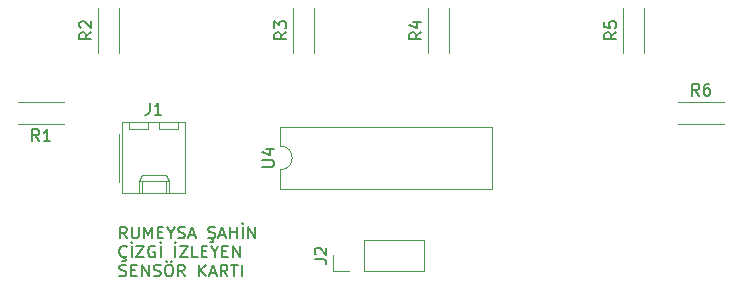
<source format=gbr>
%TF.GenerationSoftware,KiCad,Pcbnew,7.0.9*%
%TF.CreationDate,2024-02-01T16:38:21+03:00*%
%TF.ProjectId,line_sensor,6c696e65-5f73-4656-9e73-6f722e6b6963,rev?*%
%TF.SameCoordinates,Original*%
%TF.FileFunction,Legend,Top*%
%TF.FilePolarity,Positive*%
%FSLAX46Y46*%
G04 Gerber Fmt 4.6, Leading zero omitted, Abs format (unit mm)*
G04 Created by KiCad (PCBNEW 7.0.9) date 2024-02-01 16:38:21*
%MOMM*%
%LPD*%
G01*
G04 APERTURE LIST*
%ADD10C,0.150000*%
%ADD11C,0.120000*%
G04 APERTURE END LIST*
D10*
X108858207Y-65229819D02*
X108524874Y-64753628D01*
X108286779Y-65229819D02*
X108286779Y-64229819D01*
X108286779Y-64229819D02*
X108667731Y-64229819D01*
X108667731Y-64229819D02*
X108762969Y-64277438D01*
X108762969Y-64277438D02*
X108810588Y-64325057D01*
X108810588Y-64325057D02*
X108858207Y-64420295D01*
X108858207Y-64420295D02*
X108858207Y-64563152D01*
X108858207Y-64563152D02*
X108810588Y-64658390D01*
X108810588Y-64658390D02*
X108762969Y-64706009D01*
X108762969Y-64706009D02*
X108667731Y-64753628D01*
X108667731Y-64753628D02*
X108286779Y-64753628D01*
X109286779Y-64229819D02*
X109286779Y-65039342D01*
X109286779Y-65039342D02*
X109334398Y-65134580D01*
X109334398Y-65134580D02*
X109382017Y-65182200D01*
X109382017Y-65182200D02*
X109477255Y-65229819D01*
X109477255Y-65229819D02*
X109667731Y-65229819D01*
X109667731Y-65229819D02*
X109762969Y-65182200D01*
X109762969Y-65182200D02*
X109810588Y-65134580D01*
X109810588Y-65134580D02*
X109858207Y-65039342D01*
X109858207Y-65039342D02*
X109858207Y-64229819D01*
X110334398Y-65229819D02*
X110334398Y-64229819D01*
X110334398Y-64229819D02*
X110667731Y-64944104D01*
X110667731Y-64944104D02*
X111001064Y-64229819D01*
X111001064Y-64229819D02*
X111001064Y-65229819D01*
X111477255Y-64706009D02*
X111810588Y-64706009D01*
X111953445Y-65229819D02*
X111477255Y-65229819D01*
X111477255Y-65229819D02*
X111477255Y-64229819D01*
X111477255Y-64229819D02*
X111953445Y-64229819D01*
X112572493Y-64753628D02*
X112572493Y-65229819D01*
X112239160Y-64229819D02*
X112572493Y-64753628D01*
X112572493Y-64753628D02*
X112905826Y-64229819D01*
X113191541Y-65182200D02*
X113334398Y-65229819D01*
X113334398Y-65229819D02*
X113572493Y-65229819D01*
X113572493Y-65229819D02*
X113667731Y-65182200D01*
X113667731Y-65182200D02*
X113715350Y-65134580D01*
X113715350Y-65134580D02*
X113762969Y-65039342D01*
X113762969Y-65039342D02*
X113762969Y-64944104D01*
X113762969Y-64944104D02*
X113715350Y-64848866D01*
X113715350Y-64848866D02*
X113667731Y-64801247D01*
X113667731Y-64801247D02*
X113572493Y-64753628D01*
X113572493Y-64753628D02*
X113382017Y-64706009D01*
X113382017Y-64706009D02*
X113286779Y-64658390D01*
X113286779Y-64658390D02*
X113239160Y-64610771D01*
X113239160Y-64610771D02*
X113191541Y-64515533D01*
X113191541Y-64515533D02*
X113191541Y-64420295D01*
X113191541Y-64420295D02*
X113239160Y-64325057D01*
X113239160Y-64325057D02*
X113286779Y-64277438D01*
X113286779Y-64277438D02*
X113382017Y-64229819D01*
X113382017Y-64229819D02*
X113620112Y-64229819D01*
X113620112Y-64229819D02*
X113762969Y-64277438D01*
X114143922Y-64944104D02*
X114620112Y-64944104D01*
X114048684Y-65229819D02*
X114382017Y-64229819D01*
X114382017Y-64229819D02*
X114715350Y-65229819D01*
X115762970Y-65182200D02*
X115905827Y-65229819D01*
X115905827Y-65229819D02*
X116143922Y-65229819D01*
X116143922Y-65229819D02*
X116239160Y-65182200D01*
X116239160Y-65182200D02*
X116286779Y-65134580D01*
X116286779Y-65134580D02*
X116334398Y-65039342D01*
X116334398Y-65039342D02*
X116334398Y-64944104D01*
X116334398Y-64944104D02*
X116286779Y-64848866D01*
X116286779Y-64848866D02*
X116239160Y-64801247D01*
X116239160Y-64801247D02*
X116143922Y-64753628D01*
X116143922Y-64753628D02*
X115953446Y-64706009D01*
X115953446Y-64706009D02*
X115858208Y-64658390D01*
X115858208Y-64658390D02*
X115810589Y-64610771D01*
X115810589Y-64610771D02*
X115762970Y-64515533D01*
X115762970Y-64515533D02*
X115762970Y-64420295D01*
X115762970Y-64420295D02*
X115810589Y-64325057D01*
X115810589Y-64325057D02*
X115858208Y-64277438D01*
X115858208Y-64277438D02*
X115953446Y-64229819D01*
X115953446Y-64229819D02*
X116191541Y-64229819D01*
X116191541Y-64229819D02*
X116334398Y-64277438D01*
X116048684Y-65277438D02*
X116143922Y-65325057D01*
X116143922Y-65325057D02*
X116191541Y-65420295D01*
X116191541Y-65420295D02*
X116143922Y-65515533D01*
X116143922Y-65515533D02*
X116048684Y-65563152D01*
X116048684Y-65563152D02*
X115905827Y-65563152D01*
X116715351Y-64944104D02*
X117191541Y-64944104D01*
X116620113Y-65229819D02*
X116953446Y-64229819D01*
X116953446Y-64229819D02*
X117286779Y-65229819D01*
X117620113Y-65229819D02*
X117620113Y-64229819D01*
X117620113Y-64706009D02*
X118191541Y-64706009D01*
X118191541Y-65229819D02*
X118191541Y-64229819D01*
X118667732Y-65229819D02*
X118667732Y-64229819D01*
X118667732Y-63896485D02*
X118620113Y-63944104D01*
X118620113Y-63944104D02*
X118667732Y-63991723D01*
X118667732Y-63991723D02*
X118715351Y-63944104D01*
X118715351Y-63944104D02*
X118667732Y-63896485D01*
X118667732Y-63896485D02*
X118667732Y-63991723D01*
X119143922Y-65229819D02*
X119143922Y-64229819D01*
X119143922Y-64229819D02*
X119715350Y-65229819D01*
X119715350Y-65229819D02*
X119715350Y-64229819D01*
X108858207Y-66744580D02*
X108810588Y-66792200D01*
X108810588Y-66792200D02*
X108667731Y-66839819D01*
X108667731Y-66839819D02*
X108572493Y-66839819D01*
X108572493Y-66839819D02*
X108429636Y-66792200D01*
X108429636Y-66792200D02*
X108334398Y-66696961D01*
X108334398Y-66696961D02*
X108286779Y-66601723D01*
X108286779Y-66601723D02*
X108239160Y-66411247D01*
X108239160Y-66411247D02*
X108239160Y-66268390D01*
X108239160Y-66268390D02*
X108286779Y-66077914D01*
X108286779Y-66077914D02*
X108334398Y-65982676D01*
X108334398Y-65982676D02*
X108429636Y-65887438D01*
X108429636Y-65887438D02*
X108572493Y-65839819D01*
X108572493Y-65839819D02*
X108667731Y-65839819D01*
X108667731Y-65839819D02*
X108810588Y-65887438D01*
X108810588Y-65887438D02*
X108858207Y-65935057D01*
X108620112Y-66887438D02*
X108715350Y-66935057D01*
X108715350Y-66935057D02*
X108762969Y-67030295D01*
X108762969Y-67030295D02*
X108715350Y-67125533D01*
X108715350Y-67125533D02*
X108620112Y-67173152D01*
X108620112Y-67173152D02*
X108477255Y-67173152D01*
X109286779Y-66839819D02*
X109286779Y-65839819D01*
X109286779Y-65506485D02*
X109239160Y-65554104D01*
X109239160Y-65554104D02*
X109286779Y-65601723D01*
X109286779Y-65601723D02*
X109334398Y-65554104D01*
X109334398Y-65554104D02*
X109286779Y-65506485D01*
X109286779Y-65506485D02*
X109286779Y-65601723D01*
X109667731Y-65839819D02*
X110334397Y-65839819D01*
X110334397Y-65839819D02*
X109667731Y-66839819D01*
X109667731Y-66839819D02*
X110334397Y-66839819D01*
X111239159Y-65887438D02*
X111143921Y-65839819D01*
X111143921Y-65839819D02*
X111001064Y-65839819D01*
X111001064Y-65839819D02*
X110858207Y-65887438D01*
X110858207Y-65887438D02*
X110762969Y-65982676D01*
X110762969Y-65982676D02*
X110715350Y-66077914D01*
X110715350Y-66077914D02*
X110667731Y-66268390D01*
X110667731Y-66268390D02*
X110667731Y-66411247D01*
X110667731Y-66411247D02*
X110715350Y-66601723D01*
X110715350Y-66601723D02*
X110762969Y-66696961D01*
X110762969Y-66696961D02*
X110858207Y-66792200D01*
X110858207Y-66792200D02*
X111001064Y-66839819D01*
X111001064Y-66839819D02*
X111096302Y-66839819D01*
X111096302Y-66839819D02*
X111239159Y-66792200D01*
X111239159Y-66792200D02*
X111286778Y-66744580D01*
X111286778Y-66744580D02*
X111286778Y-66411247D01*
X111286778Y-66411247D02*
X111096302Y-66411247D01*
X111715350Y-66839819D02*
X111715350Y-65839819D01*
X111715350Y-65506485D02*
X111667731Y-65554104D01*
X111667731Y-65554104D02*
X111715350Y-65601723D01*
X111715350Y-65601723D02*
X111762969Y-65554104D01*
X111762969Y-65554104D02*
X111715350Y-65506485D01*
X111715350Y-65506485D02*
X111715350Y-65601723D01*
X112953445Y-66839819D02*
X112953445Y-65839819D01*
X112953445Y-65506485D02*
X112905826Y-65554104D01*
X112905826Y-65554104D02*
X112953445Y-65601723D01*
X112953445Y-65601723D02*
X113001064Y-65554104D01*
X113001064Y-65554104D02*
X112953445Y-65506485D01*
X112953445Y-65506485D02*
X112953445Y-65601723D01*
X113334397Y-65839819D02*
X114001063Y-65839819D01*
X114001063Y-65839819D02*
X113334397Y-66839819D01*
X113334397Y-66839819D02*
X114001063Y-66839819D01*
X114858206Y-66839819D02*
X114382016Y-66839819D01*
X114382016Y-66839819D02*
X114382016Y-65839819D01*
X115191540Y-66316009D02*
X115524873Y-66316009D01*
X115667730Y-66839819D02*
X115191540Y-66839819D01*
X115191540Y-66839819D02*
X115191540Y-65839819D01*
X115191540Y-65839819D02*
X115667730Y-65839819D01*
X116286778Y-66363628D02*
X116286778Y-66839819D01*
X115953445Y-65839819D02*
X116286778Y-66363628D01*
X116286778Y-66363628D02*
X116620111Y-65839819D01*
X116953445Y-66316009D02*
X117286778Y-66316009D01*
X117429635Y-66839819D02*
X116953445Y-66839819D01*
X116953445Y-66839819D02*
X116953445Y-65839819D01*
X116953445Y-65839819D02*
X117429635Y-65839819D01*
X117858207Y-66839819D02*
X117858207Y-65839819D01*
X117858207Y-65839819D02*
X118429635Y-66839819D01*
X118429635Y-66839819D02*
X118429635Y-65839819D01*
X108239160Y-68402200D02*
X108382017Y-68449819D01*
X108382017Y-68449819D02*
X108620112Y-68449819D01*
X108620112Y-68449819D02*
X108715350Y-68402200D01*
X108715350Y-68402200D02*
X108762969Y-68354580D01*
X108762969Y-68354580D02*
X108810588Y-68259342D01*
X108810588Y-68259342D02*
X108810588Y-68164104D01*
X108810588Y-68164104D02*
X108762969Y-68068866D01*
X108762969Y-68068866D02*
X108715350Y-68021247D01*
X108715350Y-68021247D02*
X108620112Y-67973628D01*
X108620112Y-67973628D02*
X108429636Y-67926009D01*
X108429636Y-67926009D02*
X108334398Y-67878390D01*
X108334398Y-67878390D02*
X108286779Y-67830771D01*
X108286779Y-67830771D02*
X108239160Y-67735533D01*
X108239160Y-67735533D02*
X108239160Y-67640295D01*
X108239160Y-67640295D02*
X108286779Y-67545057D01*
X108286779Y-67545057D02*
X108334398Y-67497438D01*
X108334398Y-67497438D02*
X108429636Y-67449819D01*
X108429636Y-67449819D02*
X108667731Y-67449819D01*
X108667731Y-67449819D02*
X108810588Y-67497438D01*
X109239160Y-67926009D02*
X109572493Y-67926009D01*
X109715350Y-68449819D02*
X109239160Y-68449819D01*
X109239160Y-68449819D02*
X109239160Y-67449819D01*
X109239160Y-67449819D02*
X109715350Y-67449819D01*
X110143922Y-68449819D02*
X110143922Y-67449819D01*
X110143922Y-67449819D02*
X110715350Y-68449819D01*
X110715350Y-68449819D02*
X110715350Y-67449819D01*
X111143922Y-68402200D02*
X111286779Y-68449819D01*
X111286779Y-68449819D02*
X111524874Y-68449819D01*
X111524874Y-68449819D02*
X111620112Y-68402200D01*
X111620112Y-68402200D02*
X111667731Y-68354580D01*
X111667731Y-68354580D02*
X111715350Y-68259342D01*
X111715350Y-68259342D02*
X111715350Y-68164104D01*
X111715350Y-68164104D02*
X111667731Y-68068866D01*
X111667731Y-68068866D02*
X111620112Y-68021247D01*
X111620112Y-68021247D02*
X111524874Y-67973628D01*
X111524874Y-67973628D02*
X111334398Y-67926009D01*
X111334398Y-67926009D02*
X111239160Y-67878390D01*
X111239160Y-67878390D02*
X111191541Y-67830771D01*
X111191541Y-67830771D02*
X111143922Y-67735533D01*
X111143922Y-67735533D02*
X111143922Y-67640295D01*
X111143922Y-67640295D02*
X111191541Y-67545057D01*
X111191541Y-67545057D02*
X111239160Y-67497438D01*
X111239160Y-67497438D02*
X111334398Y-67449819D01*
X111334398Y-67449819D02*
X111572493Y-67449819D01*
X111572493Y-67449819D02*
X111715350Y-67497438D01*
X112334398Y-67449819D02*
X112524874Y-67449819D01*
X112524874Y-67449819D02*
X112620112Y-67497438D01*
X112620112Y-67497438D02*
X112715350Y-67592676D01*
X112715350Y-67592676D02*
X112762969Y-67783152D01*
X112762969Y-67783152D02*
X112762969Y-68116485D01*
X112762969Y-68116485D02*
X112715350Y-68306961D01*
X112715350Y-68306961D02*
X112620112Y-68402200D01*
X112620112Y-68402200D02*
X112524874Y-68449819D01*
X112524874Y-68449819D02*
X112334398Y-68449819D01*
X112334398Y-68449819D02*
X112239160Y-68402200D01*
X112239160Y-68402200D02*
X112143922Y-68306961D01*
X112143922Y-68306961D02*
X112096303Y-68116485D01*
X112096303Y-68116485D02*
X112096303Y-67783152D01*
X112096303Y-67783152D02*
X112143922Y-67592676D01*
X112143922Y-67592676D02*
X112239160Y-67497438D01*
X112239160Y-67497438D02*
X112334398Y-67449819D01*
X112239160Y-67116485D02*
X112286779Y-67164104D01*
X112286779Y-67164104D02*
X112239160Y-67211723D01*
X112239160Y-67211723D02*
X112191541Y-67164104D01*
X112191541Y-67164104D02*
X112239160Y-67116485D01*
X112239160Y-67116485D02*
X112239160Y-67211723D01*
X112620112Y-67116485D02*
X112667731Y-67164104D01*
X112667731Y-67164104D02*
X112620112Y-67211723D01*
X112620112Y-67211723D02*
X112572493Y-67164104D01*
X112572493Y-67164104D02*
X112620112Y-67116485D01*
X112620112Y-67116485D02*
X112620112Y-67211723D01*
X113762969Y-68449819D02*
X113429636Y-67973628D01*
X113191541Y-68449819D02*
X113191541Y-67449819D01*
X113191541Y-67449819D02*
X113572493Y-67449819D01*
X113572493Y-67449819D02*
X113667731Y-67497438D01*
X113667731Y-67497438D02*
X113715350Y-67545057D01*
X113715350Y-67545057D02*
X113762969Y-67640295D01*
X113762969Y-67640295D02*
X113762969Y-67783152D01*
X113762969Y-67783152D02*
X113715350Y-67878390D01*
X113715350Y-67878390D02*
X113667731Y-67926009D01*
X113667731Y-67926009D02*
X113572493Y-67973628D01*
X113572493Y-67973628D02*
X113191541Y-67973628D01*
X114953446Y-68449819D02*
X114953446Y-67449819D01*
X115524874Y-68449819D02*
X115096303Y-67878390D01*
X115524874Y-67449819D02*
X114953446Y-68021247D01*
X115905827Y-68164104D02*
X116382017Y-68164104D01*
X115810589Y-68449819D02*
X116143922Y-67449819D01*
X116143922Y-67449819D02*
X116477255Y-68449819D01*
X117382017Y-68449819D02*
X117048684Y-67973628D01*
X116810589Y-68449819D02*
X116810589Y-67449819D01*
X116810589Y-67449819D02*
X117191541Y-67449819D01*
X117191541Y-67449819D02*
X117286779Y-67497438D01*
X117286779Y-67497438D02*
X117334398Y-67545057D01*
X117334398Y-67545057D02*
X117382017Y-67640295D01*
X117382017Y-67640295D02*
X117382017Y-67783152D01*
X117382017Y-67783152D02*
X117334398Y-67878390D01*
X117334398Y-67878390D02*
X117286779Y-67926009D01*
X117286779Y-67926009D02*
X117191541Y-67973628D01*
X117191541Y-67973628D02*
X116810589Y-67973628D01*
X117667732Y-67449819D02*
X118239160Y-67449819D01*
X117953446Y-68449819D02*
X117953446Y-67449819D01*
X118572494Y-68449819D02*
X118572494Y-67449819D01*
X120314819Y-59181904D02*
X121124342Y-59181904D01*
X121124342Y-59181904D02*
X121219580Y-59134285D01*
X121219580Y-59134285D02*
X121267200Y-59086666D01*
X121267200Y-59086666D02*
X121314819Y-58991428D01*
X121314819Y-58991428D02*
X121314819Y-58800952D01*
X121314819Y-58800952D02*
X121267200Y-58705714D01*
X121267200Y-58705714D02*
X121219580Y-58658095D01*
X121219580Y-58658095D02*
X121124342Y-58610476D01*
X121124342Y-58610476D02*
X120314819Y-58610476D01*
X120648152Y-57705714D02*
X121314819Y-57705714D01*
X120267200Y-57943809D02*
X120981485Y-58181904D01*
X120981485Y-58181904D02*
X120981485Y-57562857D01*
X157313333Y-53144819D02*
X156980000Y-52668628D01*
X156741905Y-53144819D02*
X156741905Y-52144819D01*
X156741905Y-52144819D02*
X157122857Y-52144819D01*
X157122857Y-52144819D02*
X157218095Y-52192438D01*
X157218095Y-52192438D02*
X157265714Y-52240057D01*
X157265714Y-52240057D02*
X157313333Y-52335295D01*
X157313333Y-52335295D02*
X157313333Y-52478152D01*
X157313333Y-52478152D02*
X157265714Y-52573390D01*
X157265714Y-52573390D02*
X157218095Y-52621009D01*
X157218095Y-52621009D02*
X157122857Y-52668628D01*
X157122857Y-52668628D02*
X156741905Y-52668628D01*
X158170476Y-52144819D02*
X157980000Y-52144819D01*
X157980000Y-52144819D02*
X157884762Y-52192438D01*
X157884762Y-52192438D02*
X157837143Y-52240057D01*
X157837143Y-52240057D02*
X157741905Y-52382914D01*
X157741905Y-52382914D02*
X157694286Y-52573390D01*
X157694286Y-52573390D02*
X157694286Y-52954342D01*
X157694286Y-52954342D02*
X157741905Y-53049580D01*
X157741905Y-53049580D02*
X157789524Y-53097200D01*
X157789524Y-53097200D02*
X157884762Y-53144819D01*
X157884762Y-53144819D02*
X158075238Y-53144819D01*
X158075238Y-53144819D02*
X158170476Y-53097200D01*
X158170476Y-53097200D02*
X158218095Y-53049580D01*
X158218095Y-53049580D02*
X158265714Y-52954342D01*
X158265714Y-52954342D02*
X158265714Y-52716247D01*
X158265714Y-52716247D02*
X158218095Y-52621009D01*
X158218095Y-52621009D02*
X158170476Y-52573390D01*
X158170476Y-52573390D02*
X158075238Y-52525771D01*
X158075238Y-52525771D02*
X157884762Y-52525771D01*
X157884762Y-52525771D02*
X157789524Y-52573390D01*
X157789524Y-52573390D02*
X157741905Y-52621009D01*
X157741905Y-52621009D02*
X157694286Y-52716247D01*
X150299819Y-47791666D02*
X149823628Y-48124999D01*
X150299819Y-48363094D02*
X149299819Y-48363094D01*
X149299819Y-48363094D02*
X149299819Y-47982142D01*
X149299819Y-47982142D02*
X149347438Y-47886904D01*
X149347438Y-47886904D02*
X149395057Y-47839285D01*
X149395057Y-47839285D02*
X149490295Y-47791666D01*
X149490295Y-47791666D02*
X149633152Y-47791666D01*
X149633152Y-47791666D02*
X149728390Y-47839285D01*
X149728390Y-47839285D02*
X149776009Y-47886904D01*
X149776009Y-47886904D02*
X149823628Y-47982142D01*
X149823628Y-47982142D02*
X149823628Y-48363094D01*
X149299819Y-46886904D02*
X149299819Y-47363094D01*
X149299819Y-47363094D02*
X149776009Y-47410713D01*
X149776009Y-47410713D02*
X149728390Y-47363094D01*
X149728390Y-47363094D02*
X149680771Y-47267856D01*
X149680771Y-47267856D02*
X149680771Y-47029761D01*
X149680771Y-47029761D02*
X149728390Y-46934523D01*
X149728390Y-46934523D02*
X149776009Y-46886904D01*
X149776009Y-46886904D02*
X149871247Y-46839285D01*
X149871247Y-46839285D02*
X150109342Y-46839285D01*
X150109342Y-46839285D02*
X150204580Y-46886904D01*
X150204580Y-46886904D02*
X150252200Y-46934523D01*
X150252200Y-46934523D02*
X150299819Y-47029761D01*
X150299819Y-47029761D02*
X150299819Y-47267856D01*
X150299819Y-47267856D02*
X150252200Y-47363094D01*
X150252200Y-47363094D02*
X150204580Y-47410713D01*
X133789819Y-47791666D02*
X133313628Y-48124999D01*
X133789819Y-48363094D02*
X132789819Y-48363094D01*
X132789819Y-48363094D02*
X132789819Y-47982142D01*
X132789819Y-47982142D02*
X132837438Y-47886904D01*
X132837438Y-47886904D02*
X132885057Y-47839285D01*
X132885057Y-47839285D02*
X132980295Y-47791666D01*
X132980295Y-47791666D02*
X133123152Y-47791666D01*
X133123152Y-47791666D02*
X133218390Y-47839285D01*
X133218390Y-47839285D02*
X133266009Y-47886904D01*
X133266009Y-47886904D02*
X133313628Y-47982142D01*
X133313628Y-47982142D02*
X133313628Y-48363094D01*
X133123152Y-46934523D02*
X133789819Y-46934523D01*
X132742200Y-47172618D02*
X133456485Y-47410713D01*
X133456485Y-47410713D02*
X133456485Y-46791666D01*
X122359819Y-47791666D02*
X121883628Y-48124999D01*
X122359819Y-48363094D02*
X121359819Y-48363094D01*
X121359819Y-48363094D02*
X121359819Y-47982142D01*
X121359819Y-47982142D02*
X121407438Y-47886904D01*
X121407438Y-47886904D02*
X121455057Y-47839285D01*
X121455057Y-47839285D02*
X121550295Y-47791666D01*
X121550295Y-47791666D02*
X121693152Y-47791666D01*
X121693152Y-47791666D02*
X121788390Y-47839285D01*
X121788390Y-47839285D02*
X121836009Y-47886904D01*
X121836009Y-47886904D02*
X121883628Y-47982142D01*
X121883628Y-47982142D02*
X121883628Y-48363094D01*
X121359819Y-47458332D02*
X121359819Y-46839285D01*
X121359819Y-46839285D02*
X121740771Y-47172618D01*
X121740771Y-47172618D02*
X121740771Y-47029761D01*
X121740771Y-47029761D02*
X121788390Y-46934523D01*
X121788390Y-46934523D02*
X121836009Y-46886904D01*
X121836009Y-46886904D02*
X121931247Y-46839285D01*
X121931247Y-46839285D02*
X122169342Y-46839285D01*
X122169342Y-46839285D02*
X122264580Y-46886904D01*
X122264580Y-46886904D02*
X122312200Y-46934523D01*
X122312200Y-46934523D02*
X122359819Y-47029761D01*
X122359819Y-47029761D02*
X122359819Y-47315475D01*
X122359819Y-47315475D02*
X122312200Y-47410713D01*
X122312200Y-47410713D02*
X122264580Y-47458332D01*
X105849819Y-47791666D02*
X105373628Y-48124999D01*
X105849819Y-48363094D02*
X104849819Y-48363094D01*
X104849819Y-48363094D02*
X104849819Y-47982142D01*
X104849819Y-47982142D02*
X104897438Y-47886904D01*
X104897438Y-47886904D02*
X104945057Y-47839285D01*
X104945057Y-47839285D02*
X105040295Y-47791666D01*
X105040295Y-47791666D02*
X105183152Y-47791666D01*
X105183152Y-47791666D02*
X105278390Y-47839285D01*
X105278390Y-47839285D02*
X105326009Y-47886904D01*
X105326009Y-47886904D02*
X105373628Y-47982142D01*
X105373628Y-47982142D02*
X105373628Y-48363094D01*
X104945057Y-47410713D02*
X104897438Y-47363094D01*
X104897438Y-47363094D02*
X104849819Y-47267856D01*
X104849819Y-47267856D02*
X104849819Y-47029761D01*
X104849819Y-47029761D02*
X104897438Y-46934523D01*
X104897438Y-46934523D02*
X104945057Y-46886904D01*
X104945057Y-46886904D02*
X105040295Y-46839285D01*
X105040295Y-46839285D02*
X105135533Y-46839285D01*
X105135533Y-46839285D02*
X105278390Y-46886904D01*
X105278390Y-46886904D02*
X105849819Y-47458332D01*
X105849819Y-47458332D02*
X105849819Y-46839285D01*
X101433333Y-56984819D02*
X101100000Y-56508628D01*
X100861905Y-56984819D02*
X100861905Y-55984819D01*
X100861905Y-55984819D02*
X101242857Y-55984819D01*
X101242857Y-55984819D02*
X101338095Y-56032438D01*
X101338095Y-56032438D02*
X101385714Y-56080057D01*
X101385714Y-56080057D02*
X101433333Y-56175295D01*
X101433333Y-56175295D02*
X101433333Y-56318152D01*
X101433333Y-56318152D02*
X101385714Y-56413390D01*
X101385714Y-56413390D02*
X101338095Y-56461009D01*
X101338095Y-56461009D02*
X101242857Y-56508628D01*
X101242857Y-56508628D02*
X100861905Y-56508628D01*
X102385714Y-56984819D02*
X101814286Y-56984819D01*
X102100000Y-56984819D02*
X102100000Y-55984819D01*
X102100000Y-55984819D02*
X102004762Y-56127676D01*
X102004762Y-56127676D02*
X101909524Y-56222914D01*
X101909524Y-56222914D02*
X101814286Y-56270533D01*
X124759819Y-67008333D02*
X125474104Y-67008333D01*
X125474104Y-67008333D02*
X125616961Y-67055952D01*
X125616961Y-67055952D02*
X125712200Y-67151190D01*
X125712200Y-67151190D02*
X125759819Y-67294047D01*
X125759819Y-67294047D02*
X125759819Y-67389285D01*
X124855057Y-66579761D02*
X124807438Y-66532142D01*
X124807438Y-66532142D02*
X124759819Y-66436904D01*
X124759819Y-66436904D02*
X124759819Y-66198809D01*
X124759819Y-66198809D02*
X124807438Y-66103571D01*
X124807438Y-66103571D02*
X124855057Y-66055952D01*
X124855057Y-66055952D02*
X124950295Y-66008333D01*
X124950295Y-66008333D02*
X125045533Y-66008333D01*
X125045533Y-66008333D02*
X125188390Y-66055952D01*
X125188390Y-66055952D02*
X125759819Y-66627380D01*
X125759819Y-66627380D02*
X125759819Y-66008333D01*
X110791666Y-53754819D02*
X110791666Y-54469104D01*
X110791666Y-54469104D02*
X110744047Y-54611961D01*
X110744047Y-54611961D02*
X110648809Y-54707200D01*
X110648809Y-54707200D02*
X110505952Y-54754819D01*
X110505952Y-54754819D02*
X110410714Y-54754819D01*
X111791666Y-54754819D02*
X111220238Y-54754819D01*
X111505952Y-54754819D02*
X111505952Y-53754819D01*
X111505952Y-53754819D02*
X111410714Y-53897676D01*
X111410714Y-53897676D02*
X111315476Y-53992914D01*
X111315476Y-53992914D02*
X111220238Y-54040533D01*
D11*
%TO.C,U4*%
X121860000Y-61070000D02*
X139760000Y-61070000D01*
X121860000Y-55770000D02*
X121860000Y-57420000D01*
X139760000Y-61070000D02*
X139760000Y-55770000D01*
X139760000Y-55770000D02*
X121860000Y-55770000D01*
X121860000Y-59420000D02*
X121860000Y-61070000D01*
X121860000Y-59420000D02*
G75*
G03*
X121860000Y-57420000I0J1000000D01*
G01*
%TO.C,R6*%
X155560000Y-55530000D02*
X159400000Y-55530000D01*
X155560000Y-53690000D02*
X159400000Y-53690000D01*
%TO.C,R5*%
X152685000Y-49545000D02*
X152685000Y-45705000D01*
X150845000Y-49545000D02*
X150845000Y-45705000D01*
%TO.C,R4*%
X136175000Y-49545000D02*
X136175000Y-45705000D01*
X134335000Y-49545000D02*
X134335000Y-45705000D01*
%TO.C,R3*%
X124745000Y-49545000D02*
X124745000Y-45705000D01*
X122905000Y-49545000D02*
X122905000Y-45705000D01*
%TO.C,R2*%
X108235000Y-49545000D02*
X108235000Y-45705000D01*
X106395000Y-49545000D02*
X106395000Y-45705000D01*
%TO.C,R1*%
X103520000Y-53690000D02*
X99680000Y-53690000D01*
X103520000Y-55530000D02*
X99680000Y-55530000D01*
%TO.C,J2*%
X128905000Y-68005000D02*
X128905000Y-65345000D01*
X126305000Y-68005000D02*
X126305000Y-66675000D01*
X128905000Y-65345000D02*
X134045000Y-65345000D01*
X127635000Y-68005000D02*
X126305000Y-68005000D01*
X128905000Y-68005000D02*
X134045000Y-68005000D01*
X134045000Y-68005000D02*
X134045000Y-65345000D01*
%TO.C,J1*%
X108475000Y-61410000D02*
X113775000Y-61410000D01*
X110655000Y-55990000D02*
X110655000Y-55390000D01*
X108185000Y-56420000D02*
X108185000Y-60420000D01*
X108475000Y-55390000D02*
X108475000Y-61410000D01*
X111595000Y-55390000D02*
X111595000Y-55990000D01*
X112395000Y-60410000D02*
X112395000Y-61410000D01*
X112145000Y-61410000D02*
X112145000Y-60410000D01*
X109055000Y-55990000D02*
X110655000Y-55990000D01*
X111595000Y-55990000D02*
X113195000Y-55990000D01*
X112145000Y-59880000D02*
X112395000Y-60410000D01*
X109855000Y-60410000D02*
X112395000Y-60410000D01*
X109855000Y-61410000D02*
X109855000Y-60410000D01*
X110105000Y-61410000D02*
X110105000Y-60410000D01*
X109855000Y-60410000D02*
X110105000Y-59880000D01*
X113775000Y-55390000D02*
X108475000Y-55390000D01*
X109055000Y-55390000D02*
X109055000Y-55990000D01*
X113775000Y-61410000D02*
X113775000Y-55390000D01*
X113195000Y-55990000D02*
X113195000Y-55390000D01*
X110105000Y-59880000D02*
X112145000Y-59880000D01*
%TD*%
M02*

</source>
